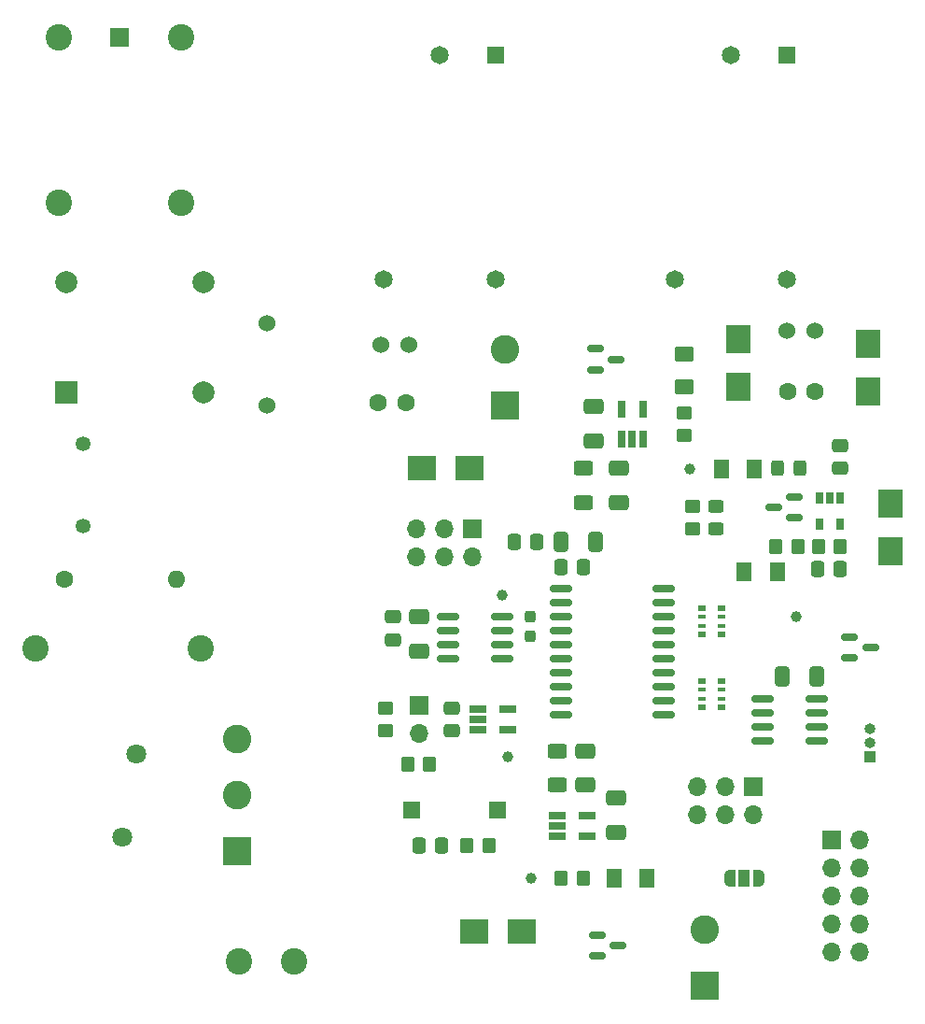
<source format=gts>
%TF.GenerationSoftware,KiCad,Pcbnew,(6.0.1)*%
%TF.CreationDate,2022-08-06T00:30:52-06:00*%
%TF.ProjectId,main_board,6d61696e-5f62-46f6-9172-642e6b696361,1.4*%
%TF.SameCoordinates,Original*%
%TF.FileFunction,Soldermask,Top*%
%TF.FilePolarity,Negative*%
%FSLAX46Y46*%
G04 Gerber Fmt 4.6, Leading zero omitted, Abs format (unit mm)*
G04 Created by KiCad (PCBNEW (6.0.1)) date 2022-08-06 00:30:52*
%MOMM*%
%LPD*%
G01*
G04 APERTURE LIST*
G04 Aperture macros list*
%AMRoundRect*
0 Rectangle with rounded corners*
0 $1 Rounding radius*
0 $2 $3 $4 $5 $6 $7 $8 $9 X,Y pos of 4 corners*
0 Add a 4 corners polygon primitive as box body*
4,1,4,$2,$3,$4,$5,$6,$7,$8,$9,$2,$3,0*
0 Add four circle primitives for the rounded corners*
1,1,$1+$1,$2,$3*
1,1,$1+$1,$4,$5*
1,1,$1+$1,$6,$7*
1,1,$1+$1,$8,$9*
0 Add four rect primitives between the rounded corners*
20,1,$1+$1,$2,$3,$4,$5,0*
20,1,$1+$1,$4,$5,$6,$7,0*
20,1,$1+$1,$6,$7,$8,$9,0*
20,1,$1+$1,$8,$9,$2,$3,0*%
%AMFreePoly0*
4,1,22,0.550000,-0.750000,0.000000,-0.750000,0.000000,-0.745033,-0.079941,-0.743568,-0.215256,-0.701293,-0.333266,-0.622738,-0.424486,-0.514219,-0.481581,-0.384460,-0.499164,-0.250000,-0.500000,-0.250000,-0.500000,0.250000,-0.499164,0.250000,-0.499963,0.256109,-0.478152,0.396186,-0.417904,0.524511,-0.324060,0.630769,-0.204165,0.706417,-0.067858,0.745374,0.000000,0.744959,0.000000,0.750000,
0.550000,0.750000,0.550000,-0.750000,0.550000,-0.750000,$1*%
%AMFreePoly1*
4,1,20,0.000000,0.744959,0.073905,0.744508,0.209726,0.703889,0.328688,0.626782,0.421226,0.519385,0.479903,0.390333,0.500000,0.250000,0.500000,-0.250000,0.499851,-0.262216,0.476331,-0.402017,0.414519,-0.529596,0.319384,-0.634700,0.198574,-0.708877,0.061801,-0.746166,0.000000,-0.745033,0.000000,-0.750000,-0.550000,-0.750000,-0.550000,0.750000,0.000000,0.750000,0.000000,0.744959,
0.000000,0.744959,$1*%
G04 Aperture macros list end*
%ADD10R,1.650000X1.650000*%
%ADD11C,1.650000*%
%ADD12R,2.000000X2.000000*%
%ADD13C,2.000000*%
%ADD14C,1.524000*%
%ADD15R,1.700000X1.700000*%
%ADD16O,1.700000X1.700000*%
%ADD17RoundRect,0.250001X-0.462499X-0.624999X0.462499X-0.624999X0.462499X0.624999X-0.462499X0.624999X0*%
%ADD18RoundRect,0.250000X-0.350000X-0.450000X0.350000X-0.450000X0.350000X0.450000X-0.350000X0.450000X0*%
%ADD19R,1.560000X0.650000*%
%ADD20C,1.800000*%
%ADD21R,2.500000X2.300000*%
%ADD22RoundRect,0.250000X0.350000X0.450000X-0.350000X0.450000X-0.350000X-0.450000X0.350000X-0.450000X0*%
%ADD23RoundRect,0.250000X-0.625000X0.400000X-0.625000X-0.400000X0.625000X-0.400000X0.625000X0.400000X0*%
%ADD24RoundRect,0.150000X-0.587500X-0.150000X0.587500X-0.150000X0.587500X0.150000X-0.587500X0.150000X0*%
%ADD25RoundRect,0.150000X-0.825000X-0.150000X0.825000X-0.150000X0.825000X0.150000X-0.825000X0.150000X0*%
%ADD26RoundRect,0.150000X0.587500X0.150000X-0.587500X0.150000X-0.587500X-0.150000X0.587500X-0.150000X0*%
%ADD27RoundRect,0.250001X-0.624999X0.462499X-0.624999X-0.462499X0.624999X-0.462499X0.624999X0.462499X0*%
%ADD28C,1.000000*%
%ADD29RoundRect,0.250000X0.337500X0.475000X-0.337500X0.475000X-0.337500X-0.475000X0.337500X-0.475000X0*%
%ADD30R,1.000000X1.000000*%
%ADD31O,1.000000X1.000000*%
%ADD32C,2.600000*%
%ADD33R,2.600000X2.600000*%
%ADD34RoundRect,0.250000X-0.475000X0.337500X-0.475000X-0.337500X0.475000X-0.337500X0.475000X0.337500X0*%
%ADD35RoundRect,0.250000X0.625000X-0.400000X0.625000X0.400000X-0.625000X0.400000X-0.625000X-0.400000X0*%
%ADD36RoundRect,0.250000X0.650000X-0.412500X0.650000X0.412500X-0.650000X0.412500X-0.650000X-0.412500X0*%
%ADD37R,0.800000X0.500000*%
%ADD38R,0.800000X0.400000*%
%ADD39R,2.300000X2.500000*%
%ADD40RoundRect,0.250000X-0.450000X0.350000X-0.450000X-0.350000X0.450000X-0.350000X0.450000X0.350000X0*%
%ADD41C,2.400000*%
%ADD42R,0.700000X1.000000*%
%ADD43C,1.600000*%
%ADD44R,1.500000X1.500000*%
%ADD45R,0.650000X1.560000*%
%ADD46RoundRect,0.250001X0.462499X0.624999X-0.462499X0.624999X-0.462499X-0.624999X0.462499X-0.624999X0*%
%ADD47RoundRect,0.250000X0.412500X0.650000X-0.412500X0.650000X-0.412500X-0.650000X0.412500X-0.650000X0*%
%ADD48RoundRect,0.237500X0.237500X-0.300000X0.237500X0.300000X-0.237500X0.300000X-0.237500X-0.300000X0*%
%ADD49FreePoly0,0.000000*%
%ADD50R,1.000000X1.500000*%
%ADD51FreePoly1,0.000000*%
%ADD52RoundRect,0.250000X-0.325000X-0.450000X0.325000X-0.450000X0.325000X0.450000X-0.325000X0.450000X0*%
%ADD53O,1.600000X1.600000*%
%ADD54C,1.350000*%
%ADD55RoundRect,0.150000X-0.875000X-0.150000X0.875000X-0.150000X0.875000X0.150000X-0.875000X0.150000X0*%
%ADD56RoundRect,0.250000X0.450000X-0.325000X0.450000X0.325000X-0.450000X0.325000X-0.450000X-0.325000X0*%
%ADD57RoundRect,0.250000X-0.650000X0.412500X-0.650000X-0.412500X0.650000X-0.412500X0.650000X0.412500X0*%
%ADD58RoundRect,0.250000X0.475000X-0.337500X0.475000X0.337500X-0.475000X0.337500X-0.475000X-0.337500X0*%
%ADD59RoundRect,0.250000X-0.337500X-0.475000X0.337500X-0.475000X0.337500X0.475000X-0.337500X0.475000X0*%
G04 APERTURE END LIST*
D10*
X104885000Y-65840000D03*
D11*
X99805000Y-65840000D03*
X94725000Y-86160000D03*
X104885000Y-86160000D03*
D12*
X65892500Y-96357500D03*
D13*
X65892500Y-86357500D03*
X78392500Y-96357500D03*
X78392500Y-86357500D03*
D14*
X94460000Y-92100000D03*
X97000000Y-92100000D03*
X133850000Y-90800000D03*
X131310000Y-90800000D03*
D15*
X102725000Y-108700000D03*
D16*
X102725000Y-111240000D03*
X100185000Y-108700000D03*
X100185000Y-111240000D03*
X97645000Y-108700000D03*
X97645000Y-111240000D03*
D17*
X125317500Y-103310000D03*
X128292500Y-103310000D03*
D18*
X96885000Y-130100000D03*
X98885000Y-130100000D03*
D19*
X110442500Y-134710000D03*
X110442500Y-135660000D03*
X110442500Y-136610000D03*
X113142500Y-136610000D03*
X113142500Y-134710000D03*
D20*
X70955000Y-136650000D03*
X72255000Y-129150000D03*
D21*
X102950000Y-145200000D03*
X107250000Y-145200000D03*
D22*
X112792500Y-140410000D03*
X110792500Y-140410000D03*
D23*
X112817500Y-103275000D03*
X112817500Y-106375000D03*
D24*
X136980000Y-118560000D03*
X136980000Y-120460000D03*
X138855000Y-119510000D03*
D16*
X97910000Y-127300000D03*
D15*
X97910000Y-124760000D03*
D25*
X100517500Y-116735000D03*
X100517500Y-118005000D03*
X100517500Y-119275000D03*
X100517500Y-120545000D03*
X105467500Y-120545000D03*
X105467500Y-119275000D03*
X105467500Y-118005000D03*
X105467500Y-116735000D03*
D26*
X131955000Y-107760000D03*
X131955000Y-105860000D03*
X130080000Y-106810000D03*
D27*
X121950000Y-95862500D03*
X121950000Y-92887500D03*
D28*
X132117500Y-116660000D03*
D29*
X108617500Y-109910000D03*
X106542500Y-109910000D03*
D28*
X122467500Y-103310000D03*
D19*
X105967500Y-125060000D03*
X105967500Y-126960000D03*
X103267500Y-126960000D03*
X103267500Y-126010000D03*
X103267500Y-125060000D03*
D30*
X138800000Y-129400000D03*
D31*
X138800000Y-128130000D03*
X138800000Y-126860000D03*
D28*
X108092500Y-140410000D03*
D15*
X128200000Y-132125000D03*
D16*
X128200000Y-134665000D03*
X125660000Y-132125000D03*
X125660000Y-134665000D03*
X123120000Y-132125000D03*
X123120000Y-134665000D03*
D32*
X123800000Y-145020000D03*
D33*
X123800000Y-150100000D03*
D28*
X106000000Y-129400000D03*
D34*
X100900000Y-124972500D03*
X100900000Y-127047500D03*
D15*
X135330000Y-136935000D03*
D16*
X137870000Y-136935000D03*
X135330000Y-139475000D03*
X137870000Y-139475000D03*
X135330000Y-142015000D03*
X137870000Y-142015000D03*
X135330000Y-144555000D03*
X137870000Y-144555000D03*
X135330000Y-147095000D03*
X137870000Y-147095000D03*
D35*
X110442500Y-131960000D03*
X110442500Y-128860000D03*
D36*
X115817500Y-136272500D03*
X115817500Y-133147500D03*
D37*
X125367500Y-118335000D03*
D38*
X125367500Y-117535000D03*
X125367500Y-116735000D03*
D37*
X125367500Y-115935000D03*
X123567500Y-115935000D03*
D38*
X123567500Y-116735000D03*
X123567500Y-117535000D03*
D37*
X123567500Y-118335000D03*
D39*
X140667500Y-106460000D03*
X140667500Y-110760000D03*
D40*
X94900000Y-125010000D03*
X94900000Y-127010000D03*
D36*
X113750000Y-97687500D03*
X113750000Y-100812500D03*
D41*
X81600000Y-147900000D03*
X86600000Y-147900000D03*
D28*
X105492500Y-114710000D03*
D25*
X129042500Y-124180000D03*
X129042500Y-125450000D03*
X129042500Y-126720000D03*
X129042500Y-127990000D03*
X133992500Y-127990000D03*
X133992500Y-126720000D03*
X133992500Y-125450000D03*
X133992500Y-124180000D03*
D39*
X126900000Y-95850000D03*
X126900000Y-91550000D03*
D22*
X132267500Y-110310000D03*
X130267500Y-110310000D03*
D42*
X136117500Y-105910000D03*
X135167500Y-105910000D03*
X134217500Y-105910000D03*
X134217500Y-108310000D03*
X136117500Y-108310000D03*
D36*
X113017500Y-131972500D03*
X113017500Y-128847500D03*
D43*
X133850000Y-96300000D03*
X131350000Y-96300000D03*
D44*
X105000000Y-134200000D03*
X97200000Y-134200000D03*
D24*
X115770000Y-93375000D03*
X113895000Y-94325000D03*
X113895000Y-92425000D03*
D41*
X63100000Y-119600000D03*
X78100000Y-119600000D03*
D24*
X115937500Y-146500000D03*
X114062500Y-147450000D03*
X114062500Y-145550000D03*
D39*
X138600000Y-96300000D03*
X138600000Y-92000000D03*
D17*
X115605000Y-140410000D03*
X118580000Y-140410000D03*
D45*
X116300000Y-97900000D03*
X118200000Y-97900000D03*
X118200000Y-100600000D03*
X117250000Y-100600000D03*
X116300000Y-100600000D03*
D21*
X98150000Y-103200000D03*
X102450000Y-103200000D03*
D46*
X127412500Y-112600000D03*
X130387500Y-112600000D03*
D47*
X133980000Y-122110000D03*
X130855000Y-122110000D03*
D48*
X107992500Y-118460000D03*
X107992500Y-116735000D03*
D41*
X76300000Y-79200000D03*
X76300000Y-64200000D03*
D15*
X70750000Y-64225000D03*
D49*
X126100000Y-140400000D03*
D50*
X127400000Y-140400000D03*
D51*
X128700000Y-140400000D03*
D32*
X105737500Y-92440000D03*
D33*
X105737500Y-97520000D03*
D37*
X123567500Y-122510000D03*
D38*
X123567500Y-123310000D03*
X123567500Y-124110000D03*
D37*
X123567500Y-124910000D03*
X125367500Y-124910000D03*
D38*
X125367500Y-124110000D03*
X125367500Y-123310000D03*
D37*
X125367500Y-122510000D03*
D41*
X65200000Y-64200000D03*
X65200000Y-79200000D03*
D10*
X131285000Y-65840000D03*
D11*
X126205000Y-65840000D03*
X121125000Y-86160000D03*
X131285000Y-86160000D03*
D40*
X122717500Y-106732500D03*
X122717500Y-108732500D03*
D52*
X130442500Y-103260000D03*
X132492500Y-103260000D03*
D14*
X84100000Y-97600000D03*
X84100000Y-90100000D03*
D43*
X65720000Y-113300000D03*
D53*
X75880000Y-113300000D03*
D22*
X136117500Y-110310000D03*
X134117500Y-110310000D03*
D47*
X113892500Y-109910000D03*
X110767500Y-109910000D03*
D22*
X104250000Y-137400000D03*
X102250000Y-137400000D03*
D40*
X121950000Y-100250000D03*
X121950000Y-98250000D03*
D29*
X112842500Y-112210000D03*
X110767500Y-112210000D03*
D54*
X67400000Y-108500000D03*
X67400000Y-101000000D03*
D55*
X110767500Y-114195000D03*
X110767500Y-115465000D03*
X110767500Y-116735000D03*
X110767500Y-118005000D03*
X110767500Y-119275000D03*
X110767500Y-120545000D03*
X110767500Y-121815000D03*
X110767500Y-123085000D03*
X110767500Y-124355000D03*
X110767500Y-125625000D03*
X120067500Y-125625000D03*
X120067500Y-124355000D03*
X120067500Y-123085000D03*
X120067500Y-121815000D03*
X120067500Y-120545000D03*
X120067500Y-119275000D03*
X120067500Y-118005000D03*
X120067500Y-116735000D03*
X120067500Y-115465000D03*
X120067500Y-114195000D03*
D36*
X97917500Y-119860000D03*
X97917500Y-116735000D03*
D56*
X124817500Y-108735000D03*
X124817500Y-106685000D03*
D57*
X116017500Y-103262500D03*
X116017500Y-106387500D03*
D58*
X95567500Y-118810000D03*
X95567500Y-116735000D03*
D59*
X97912500Y-137400000D03*
X99987500Y-137400000D03*
D32*
X81405000Y-127825000D03*
X81405000Y-132905000D03*
D33*
X81405000Y-137985000D03*
D58*
X136117500Y-103260000D03*
X136117500Y-101185000D03*
D43*
X96700000Y-97300000D03*
X94200000Y-97300000D03*
D29*
X136117500Y-112410000D03*
X134042500Y-112410000D03*
M02*

</source>
